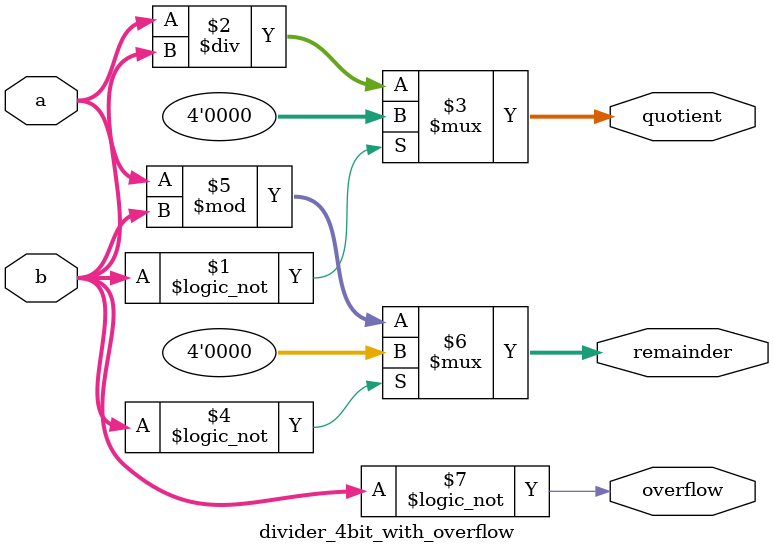
<source format=sv>
module divider_4bit_with_overflow (
    input [3:0] a,
    input [3:0] b,
    output [3:0] quotient,
    output [3:0] remainder,
    output overflow  // 溢出检测
);
    assign quotient = (b == 0) ? 4'b0000 : a / b;
    assign remainder = (b == 0) ? 4'b0000 : a % b;
    assign overflow = (b == 0);  // 除数为零时，发生溢出
endmodule

</source>
